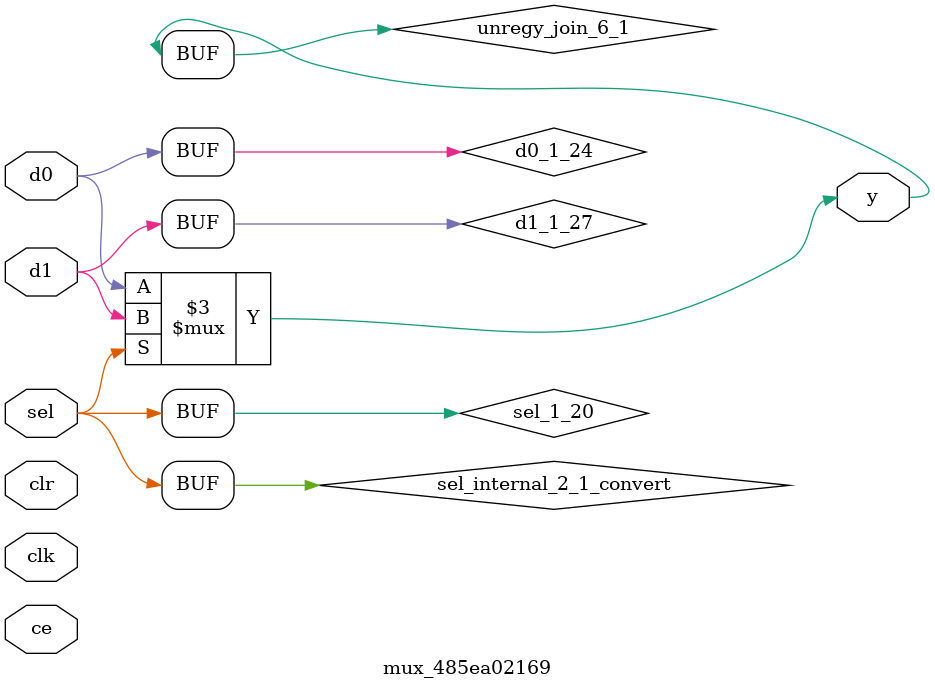
<source format=v>
module mux_485ea02169 (
  input [(1 - 1):0] sel,
  input [(1 - 1):0] d0,
  input [(1 - 1):0] d1,
  output [(1 - 1):0] y,
  input clk,
  input ce,
  input clr);
  wire sel_1_20;
  wire [(1 - 1):0] d0_1_24;
  wire [(1 - 1):0] d1_1_27;
  wire [(1 - 1):0] sel_internal_2_1_convert;
  reg [(1 - 1):0] unregy_join_6_1;
  assign sel_1_20 = sel;
  assign d0_1_24 = d0;
  assign d1_1_27 = d1;
  assign sel_internal_2_1_convert = {sel_1_20};
  always @(d0_1_24 or d1_1_27 or sel_internal_2_1_convert)
    begin:proc_switch_6_1
      case (sel_internal_2_1_convert)
        1'b0 :
          begin
            unregy_join_6_1 = d0_1_24;
          end
        default:
          begin
            unregy_join_6_1 = d1_1_27;
          end
      endcase
    end
  assign y = unregy_join_6_1;
endmodule
</source>
